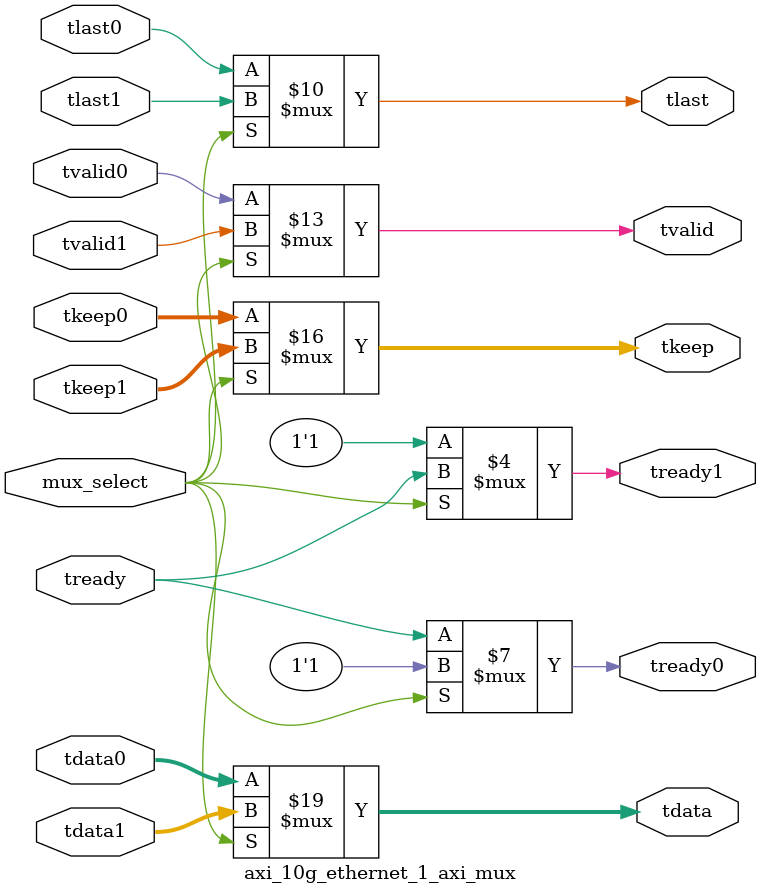
<source format=v>

`timescale 1 ps/1 ps

module axi_10g_ethernet_1_axi_mux (
   input                   mux_select,

   // mux inputs
   input       [63:0]      tdata0,
   input       [7:0]       tkeep0,
   input                   tvalid0,
   input                   tlast0,
   output reg              tready0,

   input       [63:0]      tdata1,
   input       [7:0]       tkeep1,
   input                   tvalid1,
   input                   tlast1,
   output reg              tready1,

   // mux outputs
   output reg  [63:0]      tdata,
   output reg  [7:0]       tkeep,
   output reg              tvalid,
   output reg              tlast,
   input                   tready
);

always @(mux_select or tdata0 or tvalid0 or tlast0 or tdata1 or tkeep0 or tkeep1 or
         tvalid1 or tlast1)
begin
   if (mux_select) begin
      tdata    = tdata1;
      tkeep    = tkeep1;
      tvalid   = tvalid1;
      tlast    = tlast1;
   end
   else begin
      tdata    = tdata0;
      tkeep    = tkeep0;
      tvalid   = tvalid0;
      tlast    = tlast0;
   end
end

always @(mux_select or tready)
begin
   if (mux_select) begin
      tready0  = 1'b1 ;
      tready1  = tready;
   end
   else begin
      tready0  = tready;
      tready1  = 1'b1 ;
   end
end

endmodule

</source>
